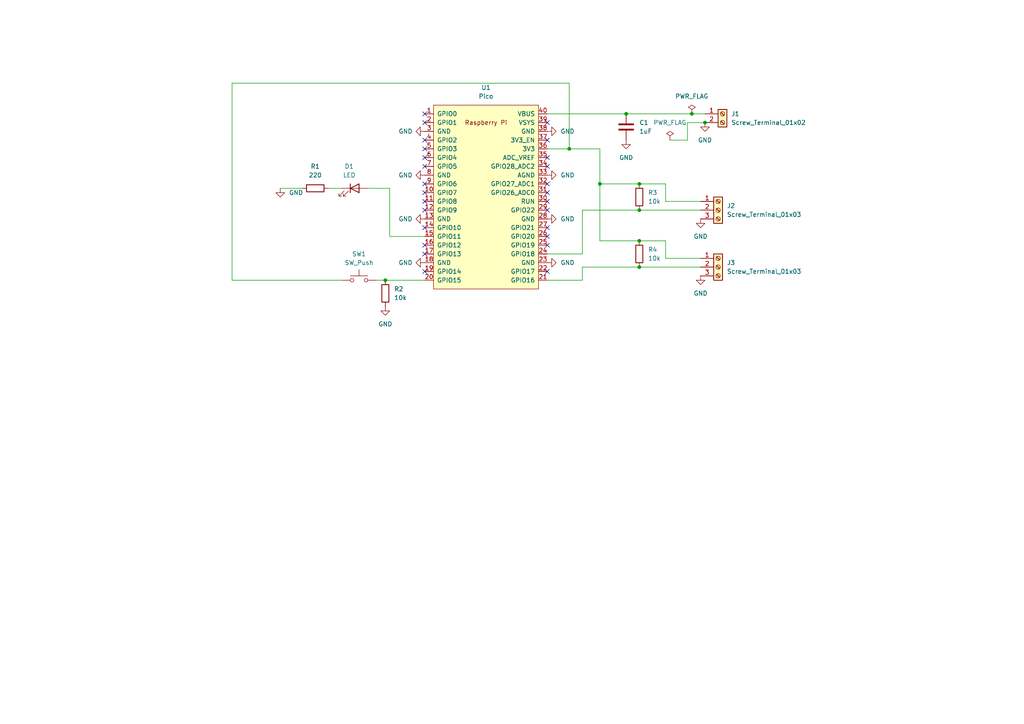
<source format=kicad_sch>
(kicad_sch (version 20211123) (generator eeschema)
  (paper "A4")
  (lib_symbols
    (symbol "Connector:Screw_Terminal_01x02" (pin_names (offset 1.016) hide)
      (property "Reference" "J" (at 0 2.54 0))
      (property "Value" "Screw_Terminal_01x02" (at 0 -5.08 0))
      (symbol "Screw_Terminal_01x02_1_1"
        (rectangle (start -1.27 1.27) (end 1.27 -3.81) (stroke (width 0.254)) (fill (type background)))
        (circle (center 0 -2.54) (radius 0.635) (stroke (width 0.1524)))
        (polyline (pts (xy -0.5334 -2.2098) (xy 0.3302 -3.048)) (stroke (width 0.1524)))
        (polyline (pts (xy -0.5334 0.3302) (xy 0.3302 -0.508)) (stroke (width 0.1524)))
        (polyline (pts (xy -0.3556 -2.032) (xy 0.508 -2.8702)) (stroke (width 0.1524)))
        (polyline (pts (xy -0.3556 0.508) (xy 0.508 -0.3302)) (stroke (width 0.1524)))
        (circle (center 0 0) (radius 0.635) (stroke (width 0.1524)))
        (pin passive line (at -5.08 0 0) (length 3.81) (name "Pin_1") (number "1"))
        (pin passive line (at -5.08 -2.54 0) (length 3.81) (name "Pin_2") (number "2"))
      )
    )
    (symbol "Connector:Screw_Terminal_01x03" (pin_names (offset 1.016) hide)
      (property "Reference" "J" (at 0 5.08 0))
      (property "Value" "Screw_Terminal_01x03" (at 0 -5.08 0))
      (symbol "Screw_Terminal_01x03_1_1"
        (rectangle (start -1.27 3.81) (end 1.27 -3.81) (stroke (width 0.254)) (fill (type background)))
        (circle (center 0 -2.54) (radius 0.635) (stroke (width 0.1524)))
        (polyline (pts (xy -0.5334 -2.2098) (xy 0.3302 -3.048)) (stroke (width 0.1524)))
        (polyline (pts (xy -0.5334 0.3302) (xy 0.3302 -0.508)) (stroke (width 0.1524)))
        (polyline (pts (xy -0.5334 2.8702) (xy 0.3302 2.032)) (stroke (width 0.1524)))
        (polyline (pts (xy -0.3556 -2.032) (xy 0.508 -2.8702)) (stroke (width 0.1524)))
        (polyline (pts (xy -0.3556 0.508) (xy 0.508 -0.3302)) (stroke (width 0.1524)))
        (polyline (pts (xy -0.3556 3.048) (xy 0.508 2.2098)) (stroke (width 0.1524)))
        (circle (center 0 0) (radius 0.635) (stroke (width 0.1524)))
        (circle (center 0 2.54) (radius 0.635) (stroke (width 0.1524)))
        (pin passive line (at -5.08 2.54 0) (length 3.81) (name "Pin_1") (number "1"))
        (pin passive line (at -5.08 0 0) (length 3.81) (name "Pin_2") (number "2"))
        (pin passive line (at -5.08 -2.54 0) (length 3.81) (name "Pin_3") (number "3"))
      )
    )
    (symbol "Device:C" (pin_numbers hide) (pin_names (offset 0.254))
      (property "Reference" "C" (at 0.635 2.54 0))
      (property "Value" "C" (at 0.635 -2.54 0))
      (symbol "C_0_1"
        (polyline (pts (xy -2.032 -0.762) (xy 2.032 -0.762)) (stroke (width 0.508)))
        (polyline (pts (xy -2.032 0.762) (xy 2.032 0.762)) (stroke (width 0.508)))
      )
      (symbol "C_1_1"
        (pin passive line (at 0 3.81 270) (length 2.794) (name "~") (number "1"))
        (pin passive line (at 0 -3.81 90) (length 2.794) (name "~") (number "2"))
      )
    )
    (symbol "Device:LED" (pin_numbers hide) (pin_names (offset 1.016) hide)
      (property "Reference" "D" (at 0 2.54 0))
      (property "Value" "LED" (at 0 -2.54 0))
      (symbol "LED_0_1"
        (polyline (pts (xy -1.27 -1.27) (xy -1.27 1.27)) (stroke (width 0.254)))
        (polyline (pts (xy -1.27 0) (xy 1.27 0)))
        (polyline (pts (xy 1.27 -1.27) (xy 1.27 1.27) (xy -1.27 0) (xy 1.27 -1.27)) (stroke (width 0.254)))
        (polyline (pts (xy -3.048 -0.762) (xy -4.572 -2.286) (xy -3.81 -2.286) (xy -4.572 -2.286) (xy -4.572 -1.524)))
        (polyline (pts (xy -1.778 -0.762) (xy -3.302 -2.286) (xy -2.54 -2.286) (xy -3.302 -2.286) (xy -3.302 -1.524)))
      )
      (symbol "LED_1_1"
        (pin passive line (at -3.81 0 0) (length 2.54) (name "K") (number "1"))
        (pin passive line (at 3.81 0 180) (length 2.54) (name "A") (number "2"))
      )
    )
    (symbol "Device:R" (pin_numbers hide) (pin_names (offset 0))
      (property "Reference" "R" (at 2.032 0 90))
      (property "Value" "R" (at 0 0 90))
      (symbol "R_0_1"
        (rectangle (start -1.016 -2.54) (end 1.016 2.54) (stroke (width 0.254)))
      )
      (symbol "R_1_1"
        (pin passive line (at 0 3.81 270) (length 1.27) (name "~") (number "1"))
        (pin passive line (at 0 -3.81 90) (length 1.27) (name "~") (number "2"))
      )
    )
    (symbol "GND_1" (power) (pin_names (offset 0))
      (property "Value" "GND_1" (at 0 -3.81 0))
      (symbol "GND_1_0_1"
        (polyline (pts (xy 0 0) (xy 0 -1.27) (xy 1.27 -1.27) (xy 0 -2.54) (xy -1.27 -1.27) (xy 0 -1.27)))
      )
      (symbol "GND_1_1_1"
        (pin power_in line (at 0 0 270) (length 0) hide (name "GND") (number "1"))
      )
    )
    (symbol "MCU_RaspberryPi_and_Boards:Pico" (pin_names (offset 1.016))
      (property "Reference" "U1" (at 0 31.75 0))
      (property "Value" "Pico" (at 0 29.21 0))
      (symbol "Pico_0_0"
        (text "Raspberry Pi" (at 0 21.59 0) (effects (font (size 1.27 1.27))))
      )
      (symbol "Pico_0_1"
        (rectangle (start -15.24 26.67) (end 15.24 -26.67) (fill (type background)))
      )
      (symbol "Pico_1_1"
        (pin bidirectional line (at -17.78 24.13 0) (length 2.54) (name "GPIO0") (number "1"))
        (pin bidirectional line (at -17.78 1.27 0) (length 2.54) (name "GPIO7") (number "10"))
        (pin bidirectional line (at -17.78 -1.27 0) (length 2.54) (name "GPIO8") (number "11"))
        (pin bidirectional line (at -17.78 -3.81 0) (length 2.54) (name "GPIO9") (number "12"))
        (pin power_in line (at -17.78 -6.35 0) (length 2.54) (name "GND") (number "13"))
        (pin bidirectional line (at -17.78 -8.89 0) (length 2.54) (name "GPIO10") (number "14"))
        (pin bidirectional line (at -17.78 -11.43 0) (length 2.54) (name "GPIO11") (number "15"))
        (pin bidirectional line (at -17.78 -13.97 0) (length 2.54) (name "GPIO12") (number "16"))
        (pin bidirectional line (at -17.78 -16.51 0) (length 2.54) (name "GPIO13") (number "17"))
        (pin power_in line (at -17.78 -19.05 0) (length 2.54) (name "GND") (number "18"))
        (pin bidirectional line (at -17.78 -21.59 0) (length 2.54) (name "GPIO14") (number "19"))
        (pin bidirectional line (at -17.78 21.59 0) (length 2.54) (name "GPIO1") (number "2"))
        (pin bidirectional line (at -17.78 -24.13 0) (length 2.54) (name "GPIO15") (number "20"))
        (pin bidirectional line (at 17.78 -24.13 180) (length 2.54) (name "GPIO16") (number "21"))
        (pin bidirectional line (at 17.78 -21.59 180) (length 2.54) (name "GPIO17") (number "22"))
        (pin power_in line (at 17.78 -19.05 180) (length 2.54) (name "GND") (number "23"))
        (pin bidirectional line (at 17.78 -16.51 180) (length 2.54) (name "GPIO18") (number "24"))
        (pin bidirectional line (at 17.78 -13.97 180) (length 2.54) (name "GPIO19") (number "25"))
        (pin bidirectional line (at 17.78 -11.43 180) (length 2.54) (name "GPIO20") (number "26"))
        (pin bidirectional line (at 17.78 -8.89 180) (length 2.54) (name "GPIO21") (number "27"))
        (pin power_in line (at 17.78 -6.35 180) (length 2.54) (name "GND") (number "28"))
        (pin bidirectional line (at 17.78 -3.81 180) (length 2.54) (name "GPIO22") (number "29"))
        (pin power_in line (at -17.78 19.05 0) (length 2.54) (name "GND") (number "3"))
        (pin input line (at 17.78 -1.27 180) (length 2.54) (name "RUN") (number "30"))
        (pin bidirectional line (at 17.78 1.27 180) (length 2.54) (name "GPIO26_ADC0") (number "31"))
        (pin bidirectional line (at 17.78 3.81 180) (length 2.54) (name "GPIO27_ADC1") (number "32"))
        (pin power_in line (at 17.78 6.35 180) (length 2.54) (name "AGND") (number "33"))
        (pin bidirectional line (at 17.78 8.89 180) (length 2.54) (name "GPIO28_ADC2") (number "34"))
        (pin input line (at 17.78 11.43 180) (length 2.54) (name "ADC_VREF") (number "35"))
        (pin output line (at 17.78 13.97 180) (length 2.54) (name "3V3") (number "36"))
        (pin input line (at 17.78 16.51 180) (length 2.54) (name "3V3_EN") (number "37"))
        (pin bidirectional line (at 17.78 19.05 180) (length 2.54) (name "GND") (number "38"))
        (pin output line (at 17.78 21.59 180) (length 2.54) (name "VSYS") (number "39"))
        (pin bidirectional line (at -17.78 16.51 0) (length 2.54) (name "GPIO2") (number "4"))
        (pin power_in line (at 17.78 24.13 180) (length 2.54) (name "VBUS") (number "40"))
        (pin bidirectional line (at -17.78 13.97 0) (length 2.54) (name "GPIO3") (number "5"))
        (pin bidirectional line (at -17.78 11.43 0) (length 2.54) (name "GPIO4") (number "6"))
        (pin bidirectional line (at -17.78 8.89 0) (length 2.54) (name "GPIO5") (number "7"))
        (pin power_in line (at -17.78 6.35 0) (length 2.54) (name "GND") (number "8"))
        (pin bidirectional line (at -17.78 3.81 0) (length 2.54) (name "GPIO6") (number "9"))
      )
    )
    (symbol "PWR_FLAG_1" (power) (pin_numbers hide) (pin_names (offset 0) hide)
      (property "Value" "PWR_FLAG_1" (at 0 3.81 0))
      (symbol "PWR_FLAG_1_0_0"
        (pin power_out line (at 0 0 90) (length 0) (name "pwr") (number "1"))
      )
      (symbol "PWR_FLAG_1_0_1"
        (polyline (pts (xy 0 0) (xy 0 1.27) (xy -1.016 1.905) (xy 0 2.54) (xy 1.016 1.905) (xy 0 1.27)))
      )
    )
    (symbol "Switch:SW_Push" (pin_numbers hide) (pin_names (offset 1.016) hide)
      (property "Reference" "SW" (at 1.27 2.54 0))
      (property "Value" "SW_Push" (at 0 -1.524 0))
      (symbol "SW_Push_0_1"
        (circle (center -2.032 0) (radius 0.508))
        (polyline (pts (xy 0 1.27) (xy 0 3.048)))
        (polyline (pts (xy 2.54 1.27) (xy -2.54 1.27)))
        (circle (center 2.032 0) (radius 0.508))
        (pin passive line (at -5.08 0 0) (length 2.54) (name "1") (number "1"))
        (pin passive line (at 5.08 0 180) (length 2.54) (name "2") (number "2"))
      )
    )
    (symbol "power:GND" (power) (pin_names (offset 0))
      (property "Value" "GND" (at 0 -3.81 0))
      (symbol "GND_0_1"
        (polyline (pts (xy 0 0) (xy 0 -1.27) (xy 1.27 -1.27) (xy 0 -2.54) (xy -1.27 -1.27) (xy 0 -1.27)))
      )
      (symbol "GND_1_1"
        (pin power_in line (at 0 0 270) (length 0) hide (name "GND") (number "1"))
      )
    )
    (symbol "power:PWR_FLAG" (power) (pin_numbers hide) (pin_names (offset 0) hide)
      (property "Value" "PWR_FLAG" (at 0 3.81 0))
      (symbol "PWR_FLAG_0_0"
        (pin power_out line (at 0 0 90) (length 0) (name "pwr") (number "1"))
      )
      (symbol "PWR_FLAG_0_1"
        (polyline (pts (xy 0 0) (xy 0 1.27) (xy -1.016 1.905) (xy 0 2.54) (xy 1.016 1.905) (xy 0 1.27)))
      )
    )
  )
  (junction (at 173.99 53.34))
  (junction (at 200.66 33.02))
  (junction (at 111.76 81.28))
  (junction (at 165.1 43.18))
  (junction (at 185.42 77.47))
  (junction (at 181.61 33.02))
  (junction (at 185.42 60.96))
  (junction (at 185.42 53.34))
  (junction (at 185.42 69.85))
  (junction (at 204.47 35.56))
  (no_connect (at 123.19 33.02))
  (no_connect (at 158.75 55.88))
  (no_connect (at 158.75 53.34))
  (no_connect (at 123.19 40.64))
  (no_connect (at 158.75 60.96))
  (no_connect (at 158.75 78.74))
  (no_connect (at 123.19 45.72))
  (no_connect (at 158.75 35.56))
  (no_connect (at 123.19 66.04))
  (no_connect (at 158.75 45.72))
  (no_connect (at 158.75 58.42))
  (no_connect (at 123.19 48.26))
  (no_connect (at 158.75 66.04))
  (no_connect (at 123.19 55.88))
  (no_connect (at 123.19 53.34))
  (no_connect (at 123.19 73.66))
  (no_connect (at 123.19 58.42))
  (no_connect (at 158.75 48.26))
  (no_connect (at 123.19 60.96))
  (no_connect (at 158.75 71.12))
  (no_connect (at 123.19 43.18))
  (no_connect (at 123.19 35.56))
  (no_connect (at 123.19 78.74))
  (no_connect (at 158.75 68.58))
  (no_connect (at 158.75 40.64))
  (no_connect (at 123.19 71.12))
  (wire (pts (xy 203.2 74.93) (xy 193.04 74.93)))
  (wire (pts (xy 193.04 58.42) (xy 193.04 53.34)))
  (wire (pts (xy 204.47 35.56) (xy 199.39 35.56)))
  (wire (pts (xy 158.75 33.02) (xy 181.61 33.02)))
  (wire (pts (xy 173.99 53.34) (xy 173.99 43.18)))
  (wire (pts (xy 193.04 74.93) (xy 193.04 69.85)))
  (wire (pts (xy 185.42 53.34) (xy 173.99 53.34)))
  (wire (pts (xy 181.61 33.02) (xy 200.66 33.02)))
  (wire (pts (xy 193.04 69.85) (xy 185.42 69.85)))
  (wire (pts (xy 158.75 43.18) (xy 165.1 43.18)))
  (wire (pts (xy 173.99 69.85) (xy 173.99 53.34)))
  (wire (pts (xy 95.25 54.61) (xy 99.06 54.61)))
  (wire (pts (xy 81.28 54.61) (xy 87.63 54.61)))
  (wire (pts (xy 67.31 81.28) (xy 99.06 81.28)))
  (wire (pts (xy 193.04 53.34) (xy 185.42 53.34)))
  (wire (pts (xy 185.42 77.47) (xy 203.2 77.47)))
  (wire (pts (xy 67.31 24.13) (xy 67.31 81.28)))
  (wire (pts (xy 113.03 54.61) (xy 106.68 54.61)))
  (wire (pts (xy 168.91 81.28) (xy 168.91 77.47)))
  (wire (pts (xy 113.03 68.58) (xy 113.03 54.61)))
  (wire (pts (xy 203.2 58.42) (xy 193.04 58.42)))
  (wire (pts (xy 168.91 60.96) (xy 185.42 60.96)))
  (wire (pts (xy 158.75 73.66) (xy 168.91 73.66)))
  (wire (pts (xy 185.42 60.96) (xy 203.2 60.96)))
  (wire (pts (xy 109.22 81.28) (xy 111.76 81.28)))
  (wire (pts (xy 168.91 73.66) (xy 168.91 60.96)))
  (wire (pts (xy 123.19 68.58) (xy 113.03 68.58)))
  (wire (pts (xy 199.39 40.64) (xy 194.31 40.64)))
  (wire (pts (xy 199.39 35.56) (xy 199.39 40.64)))
  (wire (pts (xy 173.99 43.18) (xy 165.1 43.18)))
  (wire (pts (xy 165.1 43.18) (xy 165.1 24.13)))
  (wire (pts (xy 168.91 77.47) (xy 185.42 77.47)))
  (wire (pts (xy 185.42 69.85) (xy 173.99 69.85)))
  (wire (pts (xy 200.66 33.02) (xy 204.47 33.02)))
  (wire (pts (xy 165.1 24.13) (xy 67.31 24.13)))
  (wire (pts (xy 111.76 81.28) (xy 123.19 81.28)))
  (wire (pts (xy 158.75 81.28) (xy 168.91 81.28)))
  (symbol (lib_id "power:GND") (at 123.19 38.1 270) (unit 1)
    (property "Reference" "#PWR03" (effects hide))
    (property "Value" "GND" (at 115.57 38.1 90) (effects (justify left)))
  )
  (symbol (lib_id "Device:R") (at 111.76 85.09 0) (unit 1)
    (property "Reference" "R2" (at 114.3 83.8199 0) (effects (justify left)))
    (property "Value" "10k" (at 114.3 86.3599 0) (effects (justify left)))
    (property "Footprint" "Resistor_SMD:R_1206_3216Metric_Pad1.30x1.75mm_HandSolder" (effects hide))
  )
  (symbol (lib_id "Device:C") (at 181.61 36.83 0) (unit 1)
    (property "Reference" "C1" (at 185.42 35.5599 0) (effects (justify left)))
    (property "Value" "1uF" (at 185.42 38.0999 0) (effects (justify left)))
    (property "Footprint" "Capacitor_SMD:C_1206_3216Metric_Pad1.33x1.80mm_HandSolder" (effects hide))
  )
  (symbol (lib_id "MCU_RaspberryPi_and_Boards:Pico") (at 140.97 57.15 0) (unit 1)
    (property "Reference" "U1" (at 140.97 25.4 0))
    (property "Value" "Pico" (at 140.97 27.94 0))
    (property "Footprint" "MCU_RaspberryPi_and_Boards:RPi_Pico_SMD_TH" (effects hide))
  )
  (symbol (lib_id "power:GND") (at 158.75 50.8 90) (unit 1)
    (property "Reference" "#PWR08" (effects hide))
    (property "Value" "GND" (at 162.56 50.7999 90) (effects (justify right)))
  )
  (symbol (lib_id "power:GND") (at 81.28 54.61 0) (unit 1)
    (property "Reference" "#PWR01" (effects hide))
    (property "Value" "GND" (at 83.82 55.8799 0) (effects (justify left)))
  )
  (symbol (lib_id "power:GND") (at 123.19 50.8 270) (unit 1)
    (property "Reference" "#PWR04" (effects hide))
    (property "Value" "GND" (at 115.57 50.8 90) (effects (justify left)))
  )
  (symbol (lib_id "Device:R") (at 185.42 73.66 180) (unit 1)
    (property "Reference" "R4" (at 187.96 72.3899 0) (effects (justify right)))
    (property "Value" "10k" (at 187.96 74.9299 0) (effects (justify right)))
    (property "Footprint" "Resistor_SMD:R_1206_3216Metric_Pad1.30x1.75mm_HandSolder" (effects hide))
  )
  (symbol (lib_id "power:PWR_FLAG") (at 200.66 33.02 0) (unit 1)
    (property "Reference" "#FLG02" (effects hide))
    (property "Value" "PWR_FLAG" (at 200.66 27.94 0))
  )
  (symbol (lib_id "power:GND") (at 123.19 76.2 270) (unit 1)
    (property "Reference" "#PWR06" (effects hide))
    (property "Value" "GND" (at 115.57 76.2 90) (effects (justify left)))
  )
  (symbol (lib_id "Device:R") (at 185.42 57.15 180) (unit 1)
    (property "Reference" "R3" (at 187.96 55.8799 0) (effects (justify right)))
    (property "Value" "10k" (at 187.96 58.4199 0) (effects (justify right)))
    (property "Footprint" "Resistor_SMD:R_1206_3216Metric_Pad1.30x1.75mm_HandSolder" (effects hide))
  )
  (symbol (lib_id "power:GND") (at 123.19 63.5 270) (unit 1)
    (property "Reference" "#PWR05" (effects hide))
    (property "Value" "GND" (at 115.57 63.5 90) (effects (justify left)))
  )
  (symbol (lib_id "Device:R") (at 91.44 54.61 90) (unit 1)
    (property "Reference" "R1" (at 91.44 48.26 90))
    (property "Value" "220" (at 91.44 50.8 90))
    (property "Footprint" "Resistor_SMD:R_1206_3216Metric_Pad1.30x1.75mm_HandSolder" (effects hide))
  )
  (symbol (lib_id "Switch:SW_Push") (at 104.14 81.28 0) (unit 1)
    (property "Reference" "SW1" (at 104.14 73.66 0))
    (property "Value" "SW_Push" (at 104.14 76.2 0))
    (property "Footprint" "Button_Switch_THT:SW_PUSH_6mm" (effects hide))
  )
  (symbol (lib_id "power:GND") (at 181.61 40.64 0) (unit 1)
    (property "Reference" "#PWR011" (effects hide))
    (property "Value" "GND" (at 181.61 45.72 0))
  )
  (symbol (lib_name "PWR_FLAG_1") (lib_id "power:PWR_FLAG") (at 194.31 40.64 0) (unit 1)
    (property "Reference" "#FLG01" (effects hide))
    (property "Value" "PWR_FLAG" (at 194.31 35.56 0))
  )
  (symbol (lib_name "GND_1") (lib_id "power:GND") (at 203.2 80.01 0) (unit 1)
    (property "Reference" "#PWR014" (effects hide))
    (property "Value" "GND" (at 203.2 85.09 0))
  )
  (symbol (lib_id "power:GND") (at 158.75 38.1 90) (unit 1)
    (property "Reference" "#PWR07" (effects hide))
    (property "Value" "GND" (at 162.56 38.0999 90) (effects (justify right)))
  )
  (symbol (lib_id "power:GND") (at 111.76 88.9 0) (unit 1)
    (property "Reference" "#PWR02" (effects hide))
    (property "Value" "GND" (at 111.76 93.98 0))
  )
  (symbol (lib_name "GND_1") (lib_id "power:GND") (at 203.2 63.5 0) (unit 1)
    (property "Reference" "#PWR013" (effects hide))
    (property "Value" "GND" (at 203.2 68.58 0))
  )
  (symbol (lib_id "power:GND") (at 158.75 63.5 90) (unit 1)
    (property "Reference" "#PWR09" (effects hide))
    (property "Value" "GND" (at 162.56 63.4999 90) (effects (justify right)))
  )
  (symbol (lib_id "Connector:Screw_Terminal_01x03") (at 208.28 60.96 0) (unit 1)
    (property "Reference" "J2" (at 210.82 59.6899 0) (effects (justify left)))
    (property "Value" "Screw_Terminal_01x03" (at 210.82 62.2299 0) (effects (justify left)))
    (property "Footprint" "TerminalBlock:TerminalBlock_bornier-3_P5.08mm" (effects hide))
  )
  (symbol (lib_id "Connector:Screw_Terminal_01x02") (at 209.55 33.02 0) (unit 1)
    (property "Reference" "J1" (at 212.09 33.0199 0) (effects (justify left)))
    (property "Value" "Screw_Terminal_01x02" (at 212.09 35.5599 0) (effects (justify left)))
    (property "Footprint" "TerminalBlock:TerminalBlock_bornier-2_P5.08mm" (effects hide))
  )
  (symbol (lib_id "Connector:Screw_Terminal_01x03") (at 208.28 77.47 0) (unit 1)
    (property "Reference" "J3" (at 210.82 76.1999 0) (effects (justify left)))
    (property "Value" "Screw_Terminal_01x03" (at 210.82 78.7399 0) (effects (justify left)))
    (property "Footprint" "TerminalBlock:TerminalBlock_bornier-3_P5.08mm" (effects hide))
  )
  (symbol (lib_id "power:GND") (at 158.75 76.2 90) (unit 1)
    (property "Reference" "#PWR010" (effects hide))
    (property "Value" "GND" (at 162.56 76.1999 90) (effects (justify right)))
  )
  (symbol (lib_id "Device:LED") (at 102.87 54.61 0) (unit 1)
    (property "Reference" "D1" (at 101.2825 48.26 0))
    (property "Value" "LED" (at 101.2825 50.8 0))
    (property "Footprint" "LED_THT:LED_D5.0mm" (effects hide))
  )
  (symbol (lib_id "power:GND") (at 204.47 35.56 0) (unit 1)
    (property "Reference" "#PWR012" (effects hide))
    (property "Value" "GND" (at 204.47 40.64 0))
  )
)
</source>
